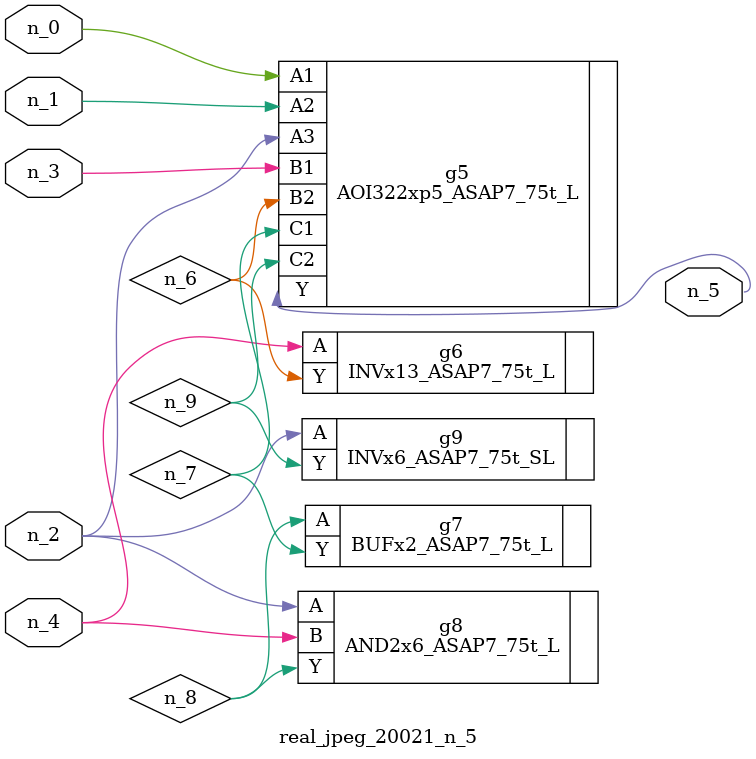
<source format=v>
module real_jpeg_20021_n_5 (n_4, n_0, n_1, n_2, n_3, n_5);

input n_4;
input n_0;
input n_1;
input n_2;
input n_3;

output n_5;

wire n_8;
wire n_6;
wire n_7;
wire n_9;

AOI322xp5_ASAP7_75t_L g5 ( 
.A1(n_0),
.A2(n_1),
.A3(n_2),
.B1(n_3),
.B2(n_6),
.C1(n_7),
.C2(n_9),
.Y(n_5)
);

AND2x6_ASAP7_75t_L g8 ( 
.A(n_2),
.B(n_4),
.Y(n_8)
);

INVx6_ASAP7_75t_SL g9 ( 
.A(n_2),
.Y(n_9)
);

INVx13_ASAP7_75t_L g6 ( 
.A(n_4),
.Y(n_6)
);

BUFx2_ASAP7_75t_L g7 ( 
.A(n_8),
.Y(n_7)
);


endmodule
</source>
